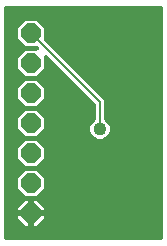
<source format=gbr>
G04 EAGLE Gerber RS-274X export*
G75*
%MOMM*%
%FSLAX34Y34*%
%LPD*%
%INBottom Copper*%
%IPPOS*%
%AMOC8*
5,1,8,0,0,1.08239X$1,22.5*%
G01*
%ADD10P,1.759533X8X22.500000*%
%ADD11C,1.016000*%
%ADD12C,0.203200*%
%ADD13C,1.108000*%

G36*
X135146Y2543D02*
X135146Y2543D01*
X135164Y2541D01*
X135346Y2562D01*
X135529Y2581D01*
X135546Y2586D01*
X135563Y2588D01*
X135738Y2645D01*
X135914Y2699D01*
X135929Y2707D01*
X135946Y2713D01*
X136106Y2803D01*
X136268Y2891D01*
X136281Y2902D01*
X136297Y2911D01*
X136436Y3031D01*
X136577Y3148D01*
X136588Y3162D01*
X136602Y3174D01*
X136714Y3319D01*
X136829Y3462D01*
X136837Y3478D01*
X136848Y3492D01*
X136930Y3657D01*
X137015Y3819D01*
X137020Y3836D01*
X137028Y3852D01*
X137075Y4031D01*
X137126Y4206D01*
X137128Y4224D01*
X137132Y4241D01*
X137159Y4572D01*
X137159Y198628D01*
X137157Y198646D01*
X137159Y198664D01*
X137138Y198846D01*
X137119Y199029D01*
X137114Y199046D01*
X137112Y199063D01*
X137055Y199238D01*
X137001Y199414D01*
X136993Y199429D01*
X136987Y199446D01*
X136897Y199606D01*
X136809Y199768D01*
X136798Y199781D01*
X136789Y199797D01*
X136669Y199936D01*
X136552Y200077D01*
X136538Y200088D01*
X136526Y200102D01*
X136381Y200214D01*
X136238Y200329D01*
X136222Y200337D01*
X136208Y200348D01*
X136043Y200430D01*
X135881Y200515D01*
X135864Y200520D01*
X135848Y200528D01*
X135669Y200575D01*
X135494Y200626D01*
X135476Y200628D01*
X135459Y200632D01*
X135128Y200659D01*
X4572Y200659D01*
X4554Y200657D01*
X4536Y200659D01*
X4354Y200638D01*
X4171Y200619D01*
X4154Y200614D01*
X4137Y200612D01*
X3962Y200555D01*
X3786Y200501D01*
X3771Y200493D01*
X3754Y200487D01*
X3594Y200397D01*
X3432Y200309D01*
X3419Y200298D01*
X3403Y200289D01*
X3264Y200169D01*
X3123Y200052D01*
X3112Y200038D01*
X3098Y200026D01*
X2986Y199881D01*
X2871Y199738D01*
X2863Y199722D01*
X2852Y199708D01*
X2770Y199543D01*
X2685Y199381D01*
X2680Y199364D01*
X2672Y199348D01*
X2625Y199169D01*
X2574Y198994D01*
X2572Y198976D01*
X2568Y198959D01*
X2541Y198628D01*
X2541Y4572D01*
X2543Y4554D01*
X2541Y4536D01*
X2562Y4354D01*
X2581Y4171D01*
X2586Y4154D01*
X2588Y4137D01*
X2645Y3962D01*
X2699Y3786D01*
X2707Y3771D01*
X2713Y3754D01*
X2803Y3594D01*
X2891Y3432D01*
X2902Y3419D01*
X2911Y3403D01*
X3031Y3264D01*
X3148Y3123D01*
X3162Y3112D01*
X3174Y3098D01*
X3319Y2986D01*
X3462Y2871D01*
X3478Y2863D01*
X3492Y2852D01*
X3657Y2770D01*
X3819Y2685D01*
X3836Y2680D01*
X3852Y2672D01*
X4031Y2625D01*
X4206Y2574D01*
X4224Y2572D01*
X4241Y2568D01*
X4572Y2541D01*
X135128Y2541D01*
X135146Y2543D01*
G37*
%LPC*%
G36*
X82213Y88439D02*
X82213Y88439D01*
X79243Y89669D01*
X76969Y91943D01*
X75739Y94913D01*
X75739Y98127D01*
X76969Y101097D01*
X79304Y103432D01*
X79364Y103464D01*
X79381Y103478D01*
X79401Y103489D01*
X79536Y103606D01*
X79674Y103720D01*
X79689Y103738D01*
X79706Y103752D01*
X79815Y103893D01*
X79928Y104033D01*
X79939Y104053D01*
X79952Y104070D01*
X80032Y104230D01*
X80115Y104389D01*
X80122Y104411D01*
X80132Y104431D01*
X80178Y104605D01*
X80228Y104776D01*
X80230Y104798D01*
X80236Y104820D01*
X80263Y105150D01*
X80263Y117065D01*
X80261Y117092D01*
X80263Y117119D01*
X80241Y117293D01*
X80223Y117466D01*
X80216Y117491D01*
X80212Y117518D01*
X80157Y117684D01*
X80105Y117851D01*
X80092Y117874D01*
X80084Y117900D01*
X79997Y118051D01*
X79913Y118205D01*
X79896Y118225D01*
X79883Y118249D01*
X79668Y118502D01*
X39536Y158634D01*
X39529Y158639D01*
X39524Y158646D01*
X39374Y158767D01*
X39225Y158889D01*
X39217Y158893D01*
X39210Y158899D01*
X39039Y158987D01*
X38869Y159077D01*
X38861Y159080D01*
X38853Y159084D01*
X38667Y159137D01*
X38483Y159192D01*
X38474Y159193D01*
X38466Y159195D01*
X38274Y159211D01*
X38082Y159229D01*
X38073Y159228D01*
X38064Y159228D01*
X37875Y159206D01*
X37682Y159185D01*
X37673Y159182D01*
X37665Y159181D01*
X37483Y159122D01*
X37298Y159064D01*
X37290Y159059D01*
X37282Y159057D01*
X37113Y158962D01*
X36946Y158869D01*
X36939Y158863D01*
X36931Y158859D01*
X36785Y158733D01*
X36639Y158608D01*
X36633Y158601D01*
X36626Y158596D01*
X36509Y158444D01*
X36389Y158292D01*
X36385Y158284D01*
X36380Y158277D01*
X36294Y158105D01*
X36207Y157934D01*
X36204Y157925D01*
X36200Y157917D01*
X36150Y157730D01*
X36099Y157546D01*
X36098Y157537D01*
X36096Y157528D01*
X36069Y157197D01*
X36069Y147981D01*
X29819Y141731D01*
X20981Y141731D01*
X14731Y147981D01*
X14731Y156819D01*
X20981Y163069D01*
X30197Y163069D01*
X30331Y163082D01*
X30465Y163086D01*
X30531Y163102D01*
X30598Y163109D01*
X30726Y163148D01*
X30857Y163179D01*
X30918Y163207D01*
X30983Y163227D01*
X31101Y163291D01*
X31223Y163346D01*
X31277Y163386D01*
X31337Y163419D01*
X31440Y163504D01*
X31548Y163583D01*
X31594Y163633D01*
X31646Y163676D01*
X31730Y163781D01*
X31821Y163879D01*
X31856Y163937D01*
X31899Y163990D01*
X31960Y164109D01*
X32030Y164224D01*
X32053Y164287D01*
X32084Y164347D01*
X32121Y164476D01*
X32167Y164602D01*
X32177Y164669D01*
X32195Y164734D01*
X32206Y164868D01*
X32226Y165000D01*
X32223Y165068D01*
X32228Y165136D01*
X32213Y165269D01*
X32206Y165402D01*
X32189Y165468D01*
X32181Y165535D01*
X32140Y165663D01*
X32107Y165793D01*
X32078Y165854D01*
X32057Y165918D01*
X31991Y166035D01*
X31933Y166156D01*
X31892Y166210D01*
X31859Y166269D01*
X31771Y166370D01*
X31690Y166477D01*
X31640Y166522D01*
X31596Y166573D01*
X31490Y166656D01*
X31389Y166745D01*
X31323Y166785D01*
X31277Y166820D01*
X31208Y166855D01*
X31106Y166917D01*
X31009Y166954D01*
X30917Y167000D01*
X30822Y167025D01*
X30730Y167060D01*
X30628Y167077D01*
X30528Y167104D01*
X30409Y167114D01*
X30332Y167127D01*
X30275Y167125D01*
X30197Y167131D01*
X20981Y167131D01*
X14731Y173381D01*
X14731Y182219D01*
X20981Y188469D01*
X29819Y188469D01*
X36069Y182219D01*
X36069Y173003D01*
X36071Y172976D01*
X36069Y172949D01*
X36091Y172775D01*
X36109Y172602D01*
X36116Y172577D01*
X36120Y172550D01*
X36175Y172384D01*
X36227Y172217D01*
X36240Y172194D01*
X36248Y172168D01*
X36335Y172017D01*
X36419Y171863D01*
X36436Y171843D01*
X36449Y171819D01*
X36664Y171566D01*
X87377Y120853D01*
X87377Y105150D01*
X87379Y105128D01*
X87377Y105106D01*
X87399Y104928D01*
X87417Y104750D01*
X87423Y104728D01*
X87426Y104706D01*
X87482Y104536D01*
X87535Y104365D01*
X87545Y104345D01*
X87553Y104324D01*
X87641Y104168D01*
X87727Y104011D01*
X87741Y103994D01*
X87752Y103974D01*
X87870Y103839D01*
X87984Y103702D01*
X88002Y103688D01*
X88017Y103671D01*
X88159Y103561D01*
X88298Y103449D01*
X88318Y103439D01*
X88336Y103425D01*
X88350Y103418D01*
X90671Y101097D01*
X91901Y98127D01*
X91901Y94913D01*
X90671Y91943D01*
X88397Y89669D01*
X85427Y88439D01*
X82213Y88439D01*
G37*
%LPD*%
%LPC*%
G36*
X20981Y116331D02*
X20981Y116331D01*
X14731Y122581D01*
X14731Y131419D01*
X20981Y137669D01*
X29819Y137669D01*
X36069Y131419D01*
X36069Y122581D01*
X29819Y116331D01*
X20981Y116331D01*
G37*
%LPD*%
%LPC*%
G36*
X20981Y90931D02*
X20981Y90931D01*
X14731Y97181D01*
X14731Y106019D01*
X20981Y112269D01*
X29819Y112269D01*
X36069Y106019D01*
X36069Y97181D01*
X29819Y90931D01*
X20981Y90931D01*
G37*
%LPD*%
%LPC*%
G36*
X20981Y65531D02*
X20981Y65531D01*
X14731Y71781D01*
X14731Y80619D01*
X20981Y86869D01*
X29819Y86869D01*
X36069Y80619D01*
X36069Y71781D01*
X29819Y65531D01*
X20981Y65531D01*
G37*
%LPD*%
%LPC*%
G36*
X20981Y40131D02*
X20981Y40131D01*
X14731Y46381D01*
X14731Y55219D01*
X20981Y61469D01*
X29819Y61469D01*
X36069Y55219D01*
X36069Y46381D01*
X29819Y40131D01*
X20981Y40131D01*
G37*
%LPD*%
%LPC*%
G36*
X27939Y27939D02*
X27939Y27939D01*
X27939Y36069D01*
X29819Y36069D01*
X36069Y29819D01*
X36069Y27939D01*
X27939Y27939D01*
G37*
%LPD*%
%LPC*%
G36*
X14731Y27939D02*
X14731Y27939D01*
X14731Y29819D01*
X20981Y36069D01*
X22861Y36069D01*
X22861Y27939D01*
X14731Y27939D01*
G37*
%LPD*%
%LPC*%
G36*
X27939Y14731D02*
X27939Y14731D01*
X27939Y22861D01*
X36069Y22861D01*
X36069Y20981D01*
X29819Y14731D01*
X27939Y14731D01*
G37*
%LPD*%
%LPC*%
G36*
X20981Y14731D02*
X20981Y14731D01*
X14731Y20981D01*
X14731Y22861D01*
X22861Y22861D01*
X22861Y14731D01*
X20981Y14731D01*
G37*
%LPD*%
D10*
X25400Y177800D03*
X25400Y152400D03*
X25400Y127000D03*
X25400Y101600D03*
X25400Y76200D03*
X25400Y50800D03*
X25400Y25400D03*
D11*
X43180Y139700D03*
D12*
X83820Y119380D02*
X83820Y96520D01*
X83820Y119380D02*
X25400Y177800D01*
D13*
X83820Y96520D03*
M02*

</source>
